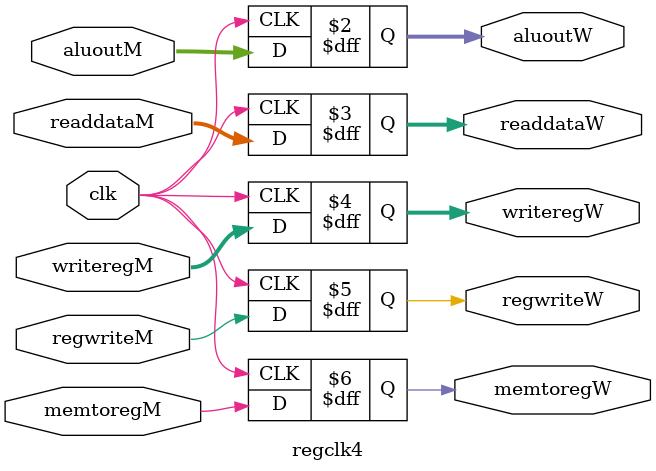
<source format=sv>
module regclk4 (input logic clk, input logic [31:0] aluoutM, readdataM, 
				input logic [4:0] writeregM, input logic regwriteM, memtoregM,
				output logic [31:0] aluoutW, output logic [31:0] readdataW, 
				output logic [4:0] writeregW, output logic regwriteW, memtoregW);
				
	always_ff @(posedge clk)
	begin
		aluoutW <= aluoutM;
		readdataW <= readdataM;
		writeregW <= writeregM;
		regwriteW <= regwriteM;
		memtoregW <= memtoregM;
	end
				
endmodule
</source>
